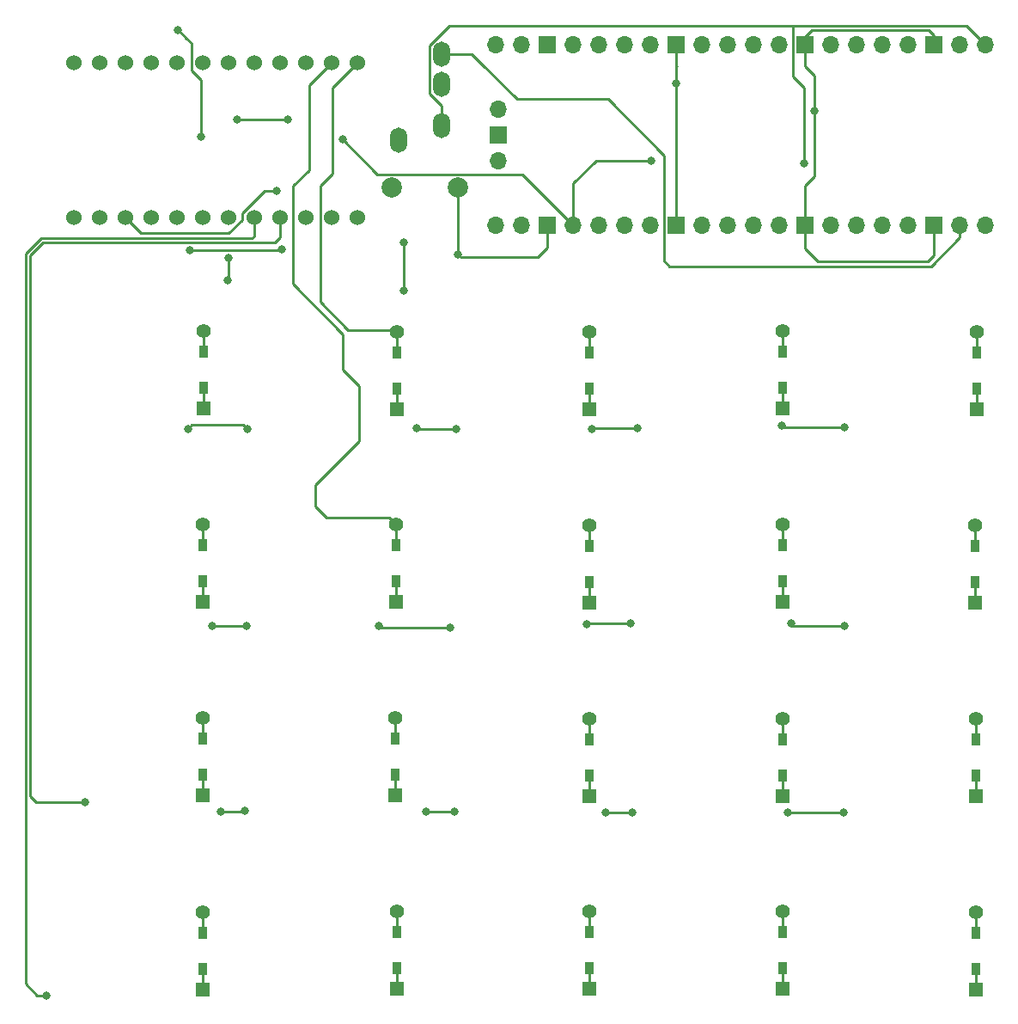
<source format=gbr>
G04 #@! TF.GenerationSoftware,KiCad,Pcbnew,(5.1.6-0-10_14)*
G04 #@! TF.CreationDate,2022-03-09T18:20:20+09:00*
G04 #@! TF.ProjectId,cool640,636f6f6c-3634-4302-9e6b-696361645f70,rev?*
G04 #@! TF.SameCoordinates,Original*
G04 #@! TF.FileFunction,Copper,L1,Top*
G04 #@! TF.FilePolarity,Positive*
%FSLAX46Y46*%
G04 Gerber Fmt 4.6, Leading zero omitted, Abs format (unit mm)*
G04 Created by KiCad (PCBNEW (5.1.6-0-10_14)) date 2022-03-09 18:20:20*
%MOMM*%
%LPD*%
G01*
G04 APERTURE LIST*
G04 #@! TA.AperFunction,ComponentPad*
%ADD10C,1.524000*%
G04 #@! TD*
G04 #@! TA.AperFunction,ComponentPad*
%ADD11C,2.000000*%
G04 #@! TD*
G04 #@! TA.AperFunction,ComponentPad*
%ADD12O,1.700000X1.700000*%
G04 #@! TD*
G04 #@! TA.AperFunction,ComponentPad*
%ADD13R,1.700000X1.700000*%
G04 #@! TD*
G04 #@! TA.AperFunction,ComponentPad*
%ADD14O,1.700000X2.500000*%
G04 #@! TD*
G04 #@! TA.AperFunction,SMDPad,CuDef*
%ADD15R,0.950000X1.300000*%
G04 #@! TD*
G04 #@! TA.AperFunction,ComponentPad*
%ADD16C,1.397000*%
G04 #@! TD*
G04 #@! TA.AperFunction,ComponentPad*
%ADD17R,1.397000X1.397000*%
G04 #@! TD*
G04 #@! TA.AperFunction,ViaPad*
%ADD18C,0.800000*%
G04 #@! TD*
G04 #@! TA.AperFunction,Conductor*
%ADD19C,0.250000*%
G04 #@! TD*
G04 APERTURE END LIST*
D10*
X-4678000Y12651400D03*
X-2138000Y12651400D03*
X402000Y12651400D03*
X2942000Y12651400D03*
X5482000Y12651400D03*
X8022000Y12651400D03*
X10562000Y12651400D03*
X13102000Y12651400D03*
X15642000Y12651400D03*
X18182000Y12651400D03*
X20722000Y12651400D03*
X23262000Y12651400D03*
X23262000Y27871400D03*
X20722000Y27871400D03*
X18182000Y27871400D03*
X15642000Y27871400D03*
X13102000Y27871400D03*
X10562000Y27871400D03*
X8022000Y27871400D03*
X5482000Y27871400D03*
X2942000Y27871400D03*
X402000Y27871400D03*
X-2138000Y27871400D03*
X-4678000Y27871400D03*
D11*
X33180000Y15580000D03*
X26680000Y15580000D03*
D12*
X85200000Y11880000D03*
X82660000Y11880000D03*
D13*
X80120000Y11880000D03*
D12*
X77580000Y11880000D03*
X75040000Y11880000D03*
X72500000Y11880000D03*
X69960000Y11880000D03*
D13*
X67420000Y11880000D03*
D12*
X64880000Y11880000D03*
X62340000Y11880000D03*
X59800000Y11880000D03*
X57260000Y11880000D03*
D13*
X54720000Y11880000D03*
D12*
X52180000Y11880000D03*
X49640000Y11880000D03*
X47100000Y11880000D03*
X44560000Y11880000D03*
D13*
X42020000Y11880000D03*
D12*
X39480000Y11880000D03*
X36940000Y11880000D03*
X36940000Y29660000D03*
X39480000Y29660000D03*
D13*
X42020000Y29660000D03*
D12*
X44560000Y29660000D03*
X47100000Y29660000D03*
X49640000Y29660000D03*
X52180000Y29660000D03*
D13*
X54720000Y29660000D03*
D12*
X57260000Y29660000D03*
X59800000Y29660000D03*
X62340000Y29660000D03*
X64880000Y29660000D03*
D13*
X67420000Y29660000D03*
D12*
X69960000Y29660000D03*
X72500000Y29660000D03*
X75040000Y29660000D03*
X77580000Y29660000D03*
D13*
X80120000Y29660000D03*
D12*
X82660000Y29660000D03*
X85200000Y29660000D03*
X37170000Y18230000D03*
D13*
X37170000Y20770000D03*
D12*
X37170000Y23310000D03*
D14*
X31590000Y28730000D03*
X31590000Y25730000D03*
X31590000Y21730000D03*
X27390000Y20230000D03*
D15*
X84290000Y-57815000D03*
D16*
X84290000Y-55780000D03*
D17*
X84290000Y-63400000D03*
D15*
X84290000Y-61365000D03*
X27160000Y-625000D03*
D16*
X27160000Y1410000D03*
D17*
X27160000Y-6210000D03*
D15*
X27160000Y-4175000D03*
X8110000Y-585000D03*
D16*
X8110000Y1450000D03*
D17*
X8110000Y-6170000D03*
D15*
X8110000Y-4135000D03*
X65230000Y-555000D03*
D16*
X65230000Y1480000D03*
D17*
X65230000Y-6140000D03*
D15*
X65230000Y-4105000D03*
X46120000Y-675000D03*
D16*
X46120000Y1360000D03*
D17*
X46120000Y-6260000D03*
D15*
X46120000Y-4225000D03*
X84300000Y-615000D03*
D16*
X84300000Y1420000D03*
D17*
X84300000Y-6200000D03*
D15*
X84300000Y-4165000D03*
X84200000Y-19725000D03*
D16*
X84200000Y-17690000D03*
D17*
X84200000Y-25310000D03*
D15*
X84200000Y-23275000D03*
X65220000Y-19645000D03*
D16*
X65220000Y-17610000D03*
D17*
X65220000Y-25230000D03*
D15*
X65220000Y-23195000D03*
X46140000Y-19695000D03*
D16*
X46140000Y-17660000D03*
D17*
X46140000Y-25280000D03*
D15*
X46140000Y-23245000D03*
X27090000Y-19655000D03*
D16*
X27090000Y-17620000D03*
D17*
X27090000Y-25240000D03*
D15*
X27090000Y-23205000D03*
X8070000Y-19655000D03*
D16*
X8070000Y-17620000D03*
D17*
X8070000Y-25240000D03*
D15*
X8070000Y-23205000D03*
X65210000Y-57715000D03*
D16*
X65210000Y-55680000D03*
D17*
X65210000Y-63300000D03*
D15*
X65210000Y-61265000D03*
X46160000Y-57685000D03*
D16*
X46160000Y-55650000D03*
D17*
X46160000Y-63270000D03*
D15*
X46160000Y-61235000D03*
X27150000Y-57755000D03*
D16*
X27150000Y-55720000D03*
D17*
X27150000Y-63340000D03*
D15*
X27150000Y-61305000D03*
X8050000Y-57775000D03*
D16*
X8050000Y-55740000D03*
D17*
X8050000Y-63360000D03*
D15*
X8050000Y-61325000D03*
X84220000Y-38725000D03*
D16*
X84220000Y-36690000D03*
D17*
X84220000Y-44310000D03*
D15*
X84220000Y-42275000D03*
X65170000Y-38745000D03*
D16*
X65170000Y-36710000D03*
D17*
X65170000Y-44330000D03*
D15*
X65170000Y-42295000D03*
X46150000Y-38735000D03*
D16*
X46150000Y-36700000D03*
D17*
X46150000Y-44320000D03*
D15*
X46150000Y-42285000D03*
X27060000Y-38675000D03*
D16*
X27060000Y-36640000D03*
D17*
X27060000Y-44260000D03*
D15*
X27060000Y-42225000D03*
X8030000Y-38685000D03*
D16*
X8030000Y-36650000D03*
D17*
X8030000Y-44270000D03*
D15*
X8030000Y-42235000D03*
D18*
X15370000Y15270000D03*
X65110000Y-7870000D03*
X71290000Y-8040000D03*
X46390000Y-8190000D03*
X50920000Y-8140000D03*
X33050000Y-8160000D03*
X12450000Y-8160000D03*
X6590000Y-8160000D03*
X29130000Y-8120000D03*
X71280000Y-27540000D03*
X50240000Y-27340000D03*
X12370000Y-27530000D03*
X9010000Y-27570000D03*
X66050000Y-27340000D03*
X32430000Y-27720000D03*
X45930000Y-27440000D03*
X25420000Y-27560000D03*
X9830000Y-45850000D03*
X12170000Y-45800000D03*
X32900000Y-45850000D03*
X30060000Y-45850000D03*
X65750000Y-45960000D03*
X-3540000Y-44890000D03*
X47750000Y-45970000D03*
X50420000Y-45970000D03*
X71220000Y-45960000D03*
X-7360000Y-63970000D03*
X10560000Y8680000D03*
X10500000Y6450000D03*
X27860000Y10150000D03*
X27870000Y5460000D03*
X15820000Y9510000D03*
X6760000Y9465000D03*
X33190000Y9030000D03*
X54720000Y25850000D03*
X68330000Y23180000D03*
X67340000Y17990000D03*
X21870000Y20320000D03*
X5590000Y31080000D03*
X7880000Y20630000D03*
X11460000Y22290000D03*
X16460000Y22290000D03*
X52220000Y18270000D03*
D19*
X8110000Y-4135000D02*
X8110000Y-6170000D01*
X27160000Y-4175000D02*
X27160000Y-6210000D01*
X46120000Y-6260000D02*
X46120000Y-4225000D01*
X65230000Y-4105000D02*
X65230000Y-6140000D01*
X84300000Y-4165000D02*
X84300000Y-6200000D01*
X8070000Y-23205000D02*
X8070000Y-25240000D01*
X27090000Y-23205000D02*
X27090000Y-25240000D01*
X46140000Y-25280000D02*
X46140000Y-23245000D01*
X65220000Y-25230000D02*
X65220000Y-23195000D01*
X84200000Y-23275000D02*
X84200000Y-25310000D01*
X8030000Y-42235000D02*
X8030000Y-44270000D01*
X27060000Y-42225000D02*
X27060000Y-44260000D01*
X46150000Y-44320000D02*
X46150000Y-42285000D01*
X65170000Y-42295000D02*
X65170000Y-44330000D01*
X84220000Y-44310000D02*
X84220000Y-42275000D01*
X8050000Y-63360000D02*
X8050000Y-61325000D01*
X27150000Y-61305000D02*
X27150000Y-63340000D01*
X46160000Y-63270000D02*
X46160000Y-61235000D01*
X65210000Y-61265000D02*
X65210000Y-63300000D01*
X84290000Y-63400000D02*
X84290000Y-61365000D01*
X14111838Y15270000D02*
X15370000Y15270000D01*
X11910000Y12390638D02*
X11910000Y13068162D01*
X1963382Y11090018D02*
X10609380Y11090018D01*
X10609380Y11090018D02*
X11910000Y12390638D01*
X11910000Y13068162D02*
X14111838Y15270000D01*
X402000Y12651400D02*
X1963382Y11090018D01*
X71290000Y-8040000D02*
X65280000Y-8040000D01*
X20845300Y16985300D02*
X19620600Y15760600D01*
X19620600Y15760600D02*
X19620600Y4348398D01*
X23262000Y27871400D02*
X20845300Y25454700D01*
X20845300Y25454700D02*
X20845300Y16985300D01*
X22378998Y1590000D02*
X26980000Y1590000D01*
X19620600Y4348398D02*
X22378998Y1590000D01*
X26980000Y1590000D02*
X27160000Y1410000D01*
X84300000Y1420000D02*
X84300000Y-615000D01*
X65280000Y-8040000D02*
X65110000Y-7870000D01*
X8110000Y1450000D02*
X8110000Y-585000D01*
X46440000Y-8140000D02*
X46390000Y-8190000D01*
X50920000Y-8140000D02*
X46440000Y-8140000D01*
X65230000Y1480000D02*
X65230000Y-555000D01*
X27160000Y1410000D02*
X27160000Y-625000D01*
X46120000Y1360000D02*
X46120000Y-675000D01*
X29170000Y-8160000D02*
X29130000Y-8120000D01*
X12050001Y-7760001D02*
X6989999Y-7760001D01*
X6989999Y-7760001D02*
X6590000Y-8160000D01*
X33050000Y-8160000D02*
X29170000Y-8160000D01*
X12450000Y-8160000D02*
X12050001Y-7760001D01*
X84200000Y-17690000D02*
X84200000Y-19725000D01*
X65220000Y-17610000D02*
X65220000Y-19645000D01*
X16940000Y15750000D02*
X18515300Y17325300D01*
X27090000Y-17620000D02*
X27090000Y-19655000D01*
X18515300Y17325300D02*
X18515300Y25664700D01*
X20722000Y27871400D02*
X18515300Y25664700D01*
X46140000Y-17660000D02*
X46140000Y-19695000D01*
X16920000Y15750000D02*
X16940000Y15750000D01*
X12370000Y-27530000D02*
X9050000Y-27530000D01*
X9050000Y-27530000D02*
X9010000Y-27570000D01*
X19125000Y-13675000D02*
X19125000Y-15775000D01*
X16920000Y6100000D02*
X21870000Y1150000D01*
X66250000Y-27540000D02*
X66050000Y-27340000D01*
X71280000Y-27540000D02*
X66250000Y-27540000D01*
X25580000Y-27720000D02*
X25420000Y-27560000D01*
X23430000Y-9370000D02*
X19125000Y-13675000D01*
X50240000Y-27340000D02*
X46030000Y-27340000D01*
X21870000Y-2360000D02*
X23430000Y-3920000D01*
X21870000Y1150000D02*
X21870000Y-2360000D01*
X20271501Y-16921501D02*
X26391501Y-16921501D01*
X16920000Y15750000D02*
X16920000Y6100000D01*
X46030000Y-27340000D02*
X45930000Y-27440000D01*
X23430000Y-3920000D02*
X23430000Y-9370000D01*
X8070000Y-17620000D02*
X8070000Y-19655000D01*
X26391501Y-16921501D02*
X27090000Y-17620000D01*
X32430000Y-27720000D02*
X25580000Y-27720000D01*
X19125000Y-15775000D02*
X20271501Y-16921501D01*
X-8960000Y8900000D02*
X-8960000Y-44300000D01*
X-8960000Y-44300000D02*
X-8960000Y-44320000D01*
X12120000Y-45850000D02*
X12170000Y-45800000D01*
X9830000Y-45850000D02*
X12120000Y-45850000D01*
X46150000Y-38735000D02*
X46150000Y-36700000D01*
X65170000Y-36710000D02*
X65170000Y-38745000D01*
X84220000Y-38725000D02*
X84220000Y-36690000D01*
X27060000Y-36640000D02*
X27060000Y-38675000D01*
X15642000Y10692000D02*
X15140000Y10190000D01*
X8030000Y-36650000D02*
X8030000Y-38685000D01*
X15140000Y10190000D02*
X12110000Y10190000D01*
X12430000Y10190000D02*
X12110000Y10190000D01*
X12110000Y10190000D02*
X-7670000Y10190000D01*
X15642000Y12651400D02*
X15642000Y10692000D01*
X30060000Y-45850000D02*
X32900000Y-45850000D01*
X-8960000Y-44320000D02*
X-8390000Y-44890000D01*
X-8390000Y-44890000D02*
X-3540000Y-44890000D01*
X-7670000Y10190000D02*
X-8960000Y8900000D01*
X47750000Y-45970000D02*
X50420000Y-45970000D01*
X65750000Y-45960000D02*
X71220000Y-45960000D01*
X12920010Y10640010D02*
X-7856401Y10640009D01*
X-7856401Y10640009D02*
X-9410010Y9086400D01*
X-9410010Y-62829990D02*
X-8270000Y-63970000D01*
X-8270000Y-63970000D02*
X-7360000Y-63970000D01*
X-9410010Y9086400D02*
X-9410010Y-62829990D01*
X13102000Y10822000D02*
X12920010Y10640010D01*
X13102000Y12651400D02*
X13102000Y10822000D01*
X65210000Y-55680000D02*
X65210000Y-57715000D01*
X27150000Y-55720000D02*
X27150000Y-57755000D01*
X84290000Y-57815000D02*
X84290000Y-55780000D01*
X46160000Y-57685000D02*
X46160000Y-55650000D01*
X8050000Y-57775000D02*
X8050000Y-55740000D01*
X10560000Y8680000D02*
X10560000Y6510000D01*
X10560000Y6510000D02*
X10500000Y6450000D01*
X10530000Y6480000D02*
X10500000Y6450000D01*
X27870000Y8900000D02*
X27870000Y10140000D01*
X27870000Y8900000D02*
X27870000Y5460000D01*
X27870000Y10140000D02*
X27860000Y10150000D01*
X67420000Y29660000D02*
X67420000Y27520000D01*
X54720000Y29660000D02*
X54720000Y27490000D01*
X33190000Y9030000D02*
X33190000Y15570000D01*
X42020000Y9660000D02*
X41070000Y8710000D01*
X67420000Y30420000D02*
X67420000Y29660000D01*
X33190000Y15570000D02*
X33180000Y15580000D01*
X80120000Y29660000D02*
X80120000Y30620000D01*
X68110000Y31110000D02*
X67420000Y30420000D01*
X12575000Y9465000D02*
X15775000Y9465000D01*
X15775000Y9465000D02*
X15820000Y9510000D01*
X31590000Y25730000D02*
X31590000Y25640000D01*
X6760000Y9465000D02*
X9505000Y9465000D01*
X80120000Y8910000D02*
X79510000Y8300000D01*
X80120000Y30620000D02*
X79630000Y31110000D01*
X67420000Y9580000D02*
X67420000Y11880000D01*
X54750000Y27520000D02*
X54720000Y27490000D01*
X68700000Y8300000D02*
X67420000Y9580000D01*
X79630000Y31110000D02*
X68110000Y31110000D01*
X80120000Y11880000D02*
X80120000Y8910000D01*
X79510000Y8300000D02*
X68700000Y8300000D01*
X9505000Y9465000D02*
X12575000Y9465000D01*
X41070000Y8710000D02*
X33510000Y8710000D01*
X33510000Y8710000D02*
X33190000Y9030000D01*
X42020000Y11880000D02*
X42020000Y9660000D01*
X54720000Y25850000D02*
X54720000Y11880000D01*
X54720000Y27490000D02*
X54720000Y25850000D01*
X68330000Y26610000D02*
X67420000Y27520000D01*
X68330000Y23180000D02*
X68330000Y26610000D01*
X68330000Y23180000D02*
X68330000Y16710000D01*
X67420000Y15800000D02*
X67420000Y11880000D01*
X68330000Y16710000D02*
X67420000Y15800000D01*
X31590000Y28730000D02*
X34570000Y28730000D01*
X35400000Y27900000D02*
X34640000Y28660000D01*
X34570000Y28730000D02*
X35400000Y27900000D01*
X39010000Y24290000D02*
X35400000Y27900000D01*
X53544999Y8375001D02*
X53544999Y18725001D01*
X79832071Y7849990D02*
X54070010Y7849990D01*
X47980000Y24290000D02*
X39010000Y24290000D01*
X82660000Y10677919D02*
X79832071Y7849990D01*
X54070010Y7849990D02*
X53544999Y8375001D01*
X53544999Y18725001D02*
X47980000Y24290000D01*
X82660000Y11880000D02*
X82660000Y10677919D01*
X85200000Y29660000D02*
X83299990Y31560010D01*
X36279990Y31560010D02*
X35750010Y31560010D01*
X31590000Y21730000D02*
X31590000Y23668285D01*
X32358295Y31560010D02*
X36279990Y31560010D01*
X31590000Y23668285D02*
X30414990Y24843295D01*
X30414990Y24843295D02*
X30414990Y29616705D01*
X30414990Y29616705D02*
X32358295Y31560010D01*
X66209990Y31560010D02*
X66209990Y26560010D01*
X83299990Y31560010D02*
X66209990Y31560010D01*
X66209990Y31560010D02*
X36279990Y31560010D01*
X67340000Y25430000D02*
X67340000Y17990000D01*
X66209990Y26560010D02*
X67340000Y25430000D01*
X25284999Y16905001D02*
X21870000Y20320000D01*
X44560000Y11880000D02*
X39534999Y16905001D01*
X39534999Y16905001D02*
X25284999Y16905001D01*
X6934999Y29825001D02*
X6480000Y30280000D01*
X6934999Y29724999D02*
X6934999Y29825001D01*
X5680000Y31080000D02*
X6480000Y30280000D01*
X5590000Y31080000D02*
X5680000Y31080000D01*
X6934999Y27125001D02*
X6934999Y27165001D01*
X7880000Y26180000D02*
X6934999Y27125001D01*
X6934999Y29724999D02*
X6934999Y27165001D01*
X7880000Y20630000D02*
X7880000Y26180000D01*
X16460000Y22290000D02*
X11460000Y22290000D01*
X44560000Y11880000D02*
X44560000Y16000000D01*
X46830000Y18270000D02*
X52220000Y18270000D01*
X44560000Y16000000D02*
X46830000Y18270000D01*
M02*

</source>
